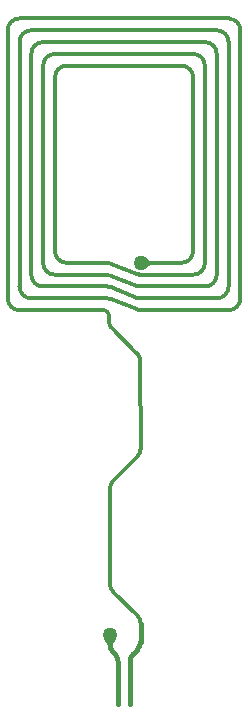
<source format=gtl>
G04*
G04 #@! TF.GenerationSoftware,Altium Limited,Altium Designer,21.8.1 (53)*
G04*
G04 Layer_Physical_Order=1*
G04 Layer_Color=255*
%FSLAX24Y24*%
%MOIN*%
G70*
G04*
G04 #@! TF.SameCoordinates,3F75DA6B-4E5A-4059-B2AF-D795626689C9*
G04*
G04*
G04 #@! TF.FilePolarity,Positive*
G04*
G01*
G75*
%ADD11C,0.0118*%
%ADD12C,0.0150*%
%ADD13C,0.0118*%
%ADD14C,0.0118*%
%ADD15C,0.0500*%
G36*
X-533Y1907D02*
X-535Y1927D01*
X-538Y1948D01*
X-544Y1969D01*
X-552Y1990D01*
X-562Y2011D01*
X-575Y2033D01*
X-590Y2054D01*
X-608Y2076D01*
X-627Y2099D01*
X-649Y2121D01*
X-299Y2122D01*
X-321Y2099D01*
X-358Y2054D01*
X-374Y2033D01*
X-386Y2011D01*
X-397Y1990D01*
X-405Y1969D01*
X-411Y1948D01*
X-414Y1927D01*
X-415Y1907D01*
X-533Y1907D01*
D02*
G37*
G36*
X944Y14661D02*
X924Y14660D01*
X903Y14657D01*
X883Y14651D01*
X862Y14643D01*
X840Y14632D01*
X819Y14619D01*
X797Y14604D01*
X775Y14587D01*
X752Y14567D01*
X730Y14545D01*
X730Y14895D01*
X752Y14873D01*
X797Y14836D01*
X819Y14821D01*
X840Y14808D01*
X862Y14798D01*
X883Y14790D01*
X903Y14784D01*
X924Y14780D01*
X944Y14779D01*
X944Y14661D01*
D02*
G37*
D11*
X3878Y22476D02*
G03*
X3484Y22870I-394J0D01*
G01*
Y22082D02*
G03*
X3091Y22476I-394J0D01*
G01*
Y21689D02*
G03*
X2697Y22082I-394J0D01*
G01*
Y21295D02*
G03*
X2303Y21689I-394J0D01*
G01*
Y20901D02*
G03*
X1909Y21295I-394J0D01*
G01*
Y14720D02*
G03*
X2303Y15114I0J394D01*
G01*
Y14326D02*
G03*
X2697Y14720I0J394D01*
G01*
Y13933D02*
G03*
X3091Y14326I0J394D01*
G01*
Y13539D02*
G03*
X3484Y13933I0J394D01*
G01*
X3484Y13145D02*
G03*
X3878Y13539I0J394D01*
G01*
X549Y11430D02*
G03*
X435Y11706I-390J0D01*
G01*
X-430Y14693D02*
G03*
X-575Y14720I-144J-366D01*
G01*
X-429Y14692D02*
G03*
X-430Y14693I-145J-366D01*
G01*
X-427Y14692D02*
G03*
X-429Y14692I-147J-365D01*
G01*
X-427Y14298D02*
G03*
X-429Y14299I-147J-365D01*
G01*
X-427Y13904D02*
G03*
X-429Y13905I-147J-365D01*
G01*
X-430Y14299D02*
G03*
X-575Y14326I-144J-366D01*
G01*
X-429Y14299D02*
G03*
X-430Y14299I-145J-366D01*
G01*
Y13905D02*
G03*
X-575Y13933I-144J-366D01*
G01*
X-429Y13905D02*
G03*
X-430Y13905I-145J-366D01*
G01*
X-2697Y22082D02*
G03*
X-3091Y21689I0J-394D01*
G01*
X-2303Y21689D02*
G03*
X-2697Y21295I0J-394D01*
G01*
X-3091Y22476D02*
G03*
X-3484Y22082I0J-394D01*
G01*
X-3484Y22870D02*
G03*
X-3878Y22476I0J-394D01*
G01*
X-1909Y21295D02*
G03*
X-2303Y20901I0J-394D01*
G01*
Y15114D02*
G03*
X-1909Y14720I394J0D01*
G01*
X-2697D02*
G03*
X-2303Y14326I394J0D01*
G01*
X-3091D02*
G03*
X-2697Y13933I394J0D01*
G01*
X-427Y13510D02*
G03*
X-430Y13512I-147J-365D01*
G01*
D02*
G03*
X-575Y13539I-144J-366D01*
G01*
X-500Y12710D02*
G03*
X-446Y12581I183J0D01*
G01*
X-472Y4031D02*
G03*
X-357Y3753I394J0D01*
G01*
Y7459D02*
G03*
X-472Y7181I278J-278D01*
G01*
X-500Y12968D02*
G03*
X-677Y13145I-177J0D01*
G01*
X-3484Y13933D02*
G03*
X-3091Y13539I394J0D01*
G01*
X-3878D02*
G03*
X-3484Y13145I394J0D01*
G01*
X444Y8260D02*
G03*
X551Y8519I-259J259D01*
G01*
Y2693D02*
G03*
X436Y2971I-394J0D01*
G01*
X413Y11728D02*
X435Y11706D01*
X-3484Y22082D02*
Y22082D01*
X-500Y12931D02*
Y12968D01*
Y12710D02*
Y12716D01*
X-3484Y13145D02*
X-3465D01*
X-472Y7181D02*
Y7181D01*
X3484Y13933D02*
Y13933D01*
X425Y8241D02*
X444Y8260D01*
D12*
X436Y1818D02*
G03*
X551Y2096I-278J278D01*
G01*
X312Y1694D02*
G03*
X197Y1415I278J-278D01*
G01*
X-197D02*
G03*
X-312Y1694I-394J0D01*
G01*
X-474Y2019D02*
G03*
X-359Y1741I394J0D01*
G01*
X312Y1694D02*
X436Y1818D01*
X-359Y1741D02*
X-312Y1694D01*
X-474Y2019D02*
Y2300D01*
X-509Y2152D02*
Y2300D01*
X551Y2096D02*
Y2693D01*
X197Y0D02*
Y1415D01*
X-197Y0D02*
Y1415D01*
D13*
X-429Y14692D02*
D03*
Y14299D02*
D03*
Y13905D02*
D03*
X-3091Y21689D02*
D03*
X-2697Y21295D02*
D03*
X-2303Y20901D02*
D03*
X-446Y12581D02*
D03*
D14*
X2697Y14720D02*
Y21295D01*
X3484Y13933D02*
Y22082D01*
X3091Y14326D02*
Y21689D01*
X2303Y15114D02*
Y20901D01*
X551Y14720D02*
X1909D01*
X575Y13933D02*
X2697D01*
X575Y14326D02*
X2303D01*
X3878Y13539D02*
Y22476D01*
X3484Y13145D02*
X3484D01*
X575D02*
X3484D01*
X3484D01*
X575Y13539D02*
X3091D01*
X549Y11430D02*
X551Y8519D01*
X-357Y7459D02*
X425Y8241D01*
X-430Y14693D02*
X-429Y14692D01*
X-1909Y14720D02*
X-575D01*
X-429Y14692D02*
X430Y14354D01*
X-429Y14692D02*
X-429Y14692D01*
X-3484Y22870D02*
X3484D01*
X-3091Y22476D02*
X3091D01*
X-2697Y22082D02*
X2697D01*
X-2303Y21689D02*
X2303D01*
X-1909Y21295D02*
X1909D01*
X-429Y14299D02*
X430Y13960D01*
X-429Y14299D02*
X-429Y14299D01*
X-430Y13905D02*
X-429Y13905D01*
X430Y13566D01*
X-429Y13905D02*
X-429Y13905D01*
X-430Y14299D02*
X-429Y14299D01*
X-2697Y13933D02*
X-575D01*
X-2697Y21295D02*
Y21295D01*
X-3091Y21689D02*
Y21689D01*
Y14326D02*
Y21689D01*
X-3484Y22082D02*
Y22082D01*
Y22082D02*
Y22082D01*
Y13933D02*
Y22082D01*
Y13933D02*
Y13933D01*
X-2303Y15114D02*
Y20901D01*
Y20901D01*
Y14326D02*
X-575D01*
X-2697Y14720D02*
Y21295D01*
X-3484Y13933D02*
Y13933D01*
X-430Y13512D02*
X430Y13173D01*
X-446Y12581D02*
X-446Y12581D01*
X413Y11728D01*
X-446Y12581D02*
X-446Y12581D01*
X-3091Y13539D02*
X-575D01*
X-3465Y13145D02*
X-677D01*
X-3878Y13539D02*
Y22476D01*
X-472Y4031D02*
Y4031D01*
Y7181D02*
Y7181D01*
Y4031D02*
Y7181D01*
Y4031D02*
Y4031D01*
Y7181D02*
Y7181D01*
X430Y14354D02*
X456Y14345D01*
X483Y14337D01*
X510Y14332D01*
X537Y14328D01*
X564Y14327D01*
X575Y14326D01*
X430Y13960D02*
X456Y13951D01*
X483Y13944D01*
X510Y13938D01*
X537Y13935D01*
X564Y13933D01*
X575Y13933D01*
X430Y13566D02*
X456Y13557D01*
X483Y13550D01*
X510Y13544D01*
X537Y13541D01*
X564Y13539D01*
X575Y13539D01*
X430Y13173D02*
X456Y13164D01*
X483Y13156D01*
X510Y13151D01*
X537Y13147D01*
X564Y13145D01*
X575Y13145D01*
X-357Y3753D02*
X436Y2971D01*
X-500Y12716D02*
Y12931D01*
D15*
X-472Y2300D02*
D03*
X551Y14720D02*
D03*
M02*

</source>
